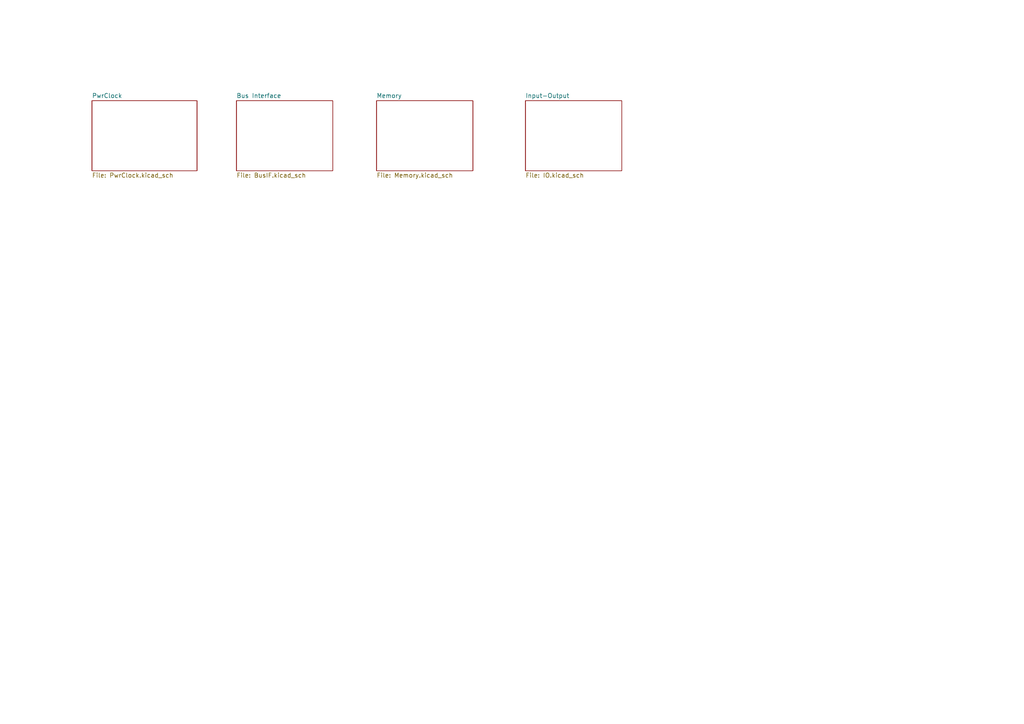
<source format=kicad_sch>
(kicad_sch (version 20211123) (generator eeschema)
  (paper "A4")
  (title_block (title "8088Min CPU Board") (date "2022-10-07") (rev "1.0-001") (comment 1 "8088 Minimum-mode SBC") (comment 2 "Based on design from Walter Fuller"))
  (lib_symbols)
  (sheet (at 152.4 29.21) (size 27.94 20.32) (stroke (width 0.1524))
    (property "Sheet name" "Input-Output" (at 152.4 28.4984 0) (effects (justify left bottom)))
    (property "Sheet file" "IO.kicad_sch" (at 152.4 50.1146 0) (effects (justify left top)))
  )
  (sheet (at 26.67 29.21) (size 30.48 20.32) (stroke (width 0.1524))
    (property "Sheet name" "PwrClock" (at 26.67 28.4984 0) (effects (justify left bottom)))
    (property "Sheet file" "PwrClock.kicad_sch" (at 26.67 50.1146 0) (effects (justify left top)))
  )
  (sheet (at 68.58 29.21) (size 27.94 20.32) (stroke (width 0.1524))
    (property "Sheet name" "Bus Interface" (at 68.58 28.4984 0) (effects (justify left bottom)))
    (property "Sheet file" "BusIF.kicad_sch" (at 68.58 50.1146 0) (effects (justify left top)))
  )
  (sheet (at 109.22 29.21) (size 27.94 20.32) (stroke (width 0.1524))
    (property "Sheet name" "Memory" (at 109.22 28.4984 0) (effects (justify left bottom)))
    (property "Sheet file" "Memory.kicad_sch" (at 109.22 50.1146 0) (effects (justify left top)))
  )
)
</source>
